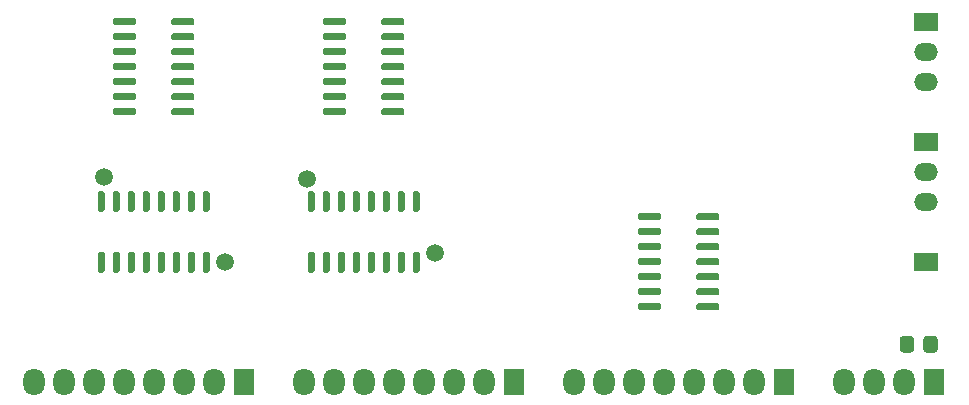
<source format=gbr>
G04 #@! TF.GenerationSoftware,KiCad,Pcbnew,(5.1.8)-1*
G04 #@! TF.CreationDate,2023-07-12T22:55:22+03:00*
G04 #@! TF.ProjectId,CMP,434d502e-6b69-4636-9164-5f7063625858,rev?*
G04 #@! TF.SameCoordinates,PX354a940PY2a16894*
G04 #@! TF.FileFunction,Soldermask,Top*
G04 #@! TF.FilePolarity,Negative*
%FSLAX46Y46*%
G04 Gerber Fmt 4.6, Leading zero omitted, Abs format (unit mm)*
G04 Created by KiCad (PCBNEW (5.1.8)-1) date 2023-07-12 22:55:22*
%MOMM*%
%LPD*%
G01*
G04 APERTURE LIST*
%ADD10C,1.500000*%
%ADD11R,2.000000X1.500000*%
%ADD12O,2.000000X1.500000*%
%ADD13O,1.800000X2.300000*%
%ADD14R,1.800000X2.300000*%
G04 APERTURE END LIST*
D10*
X25717500Y-17462500D03*
X36542818Y-23712500D03*
X8493099Y-17277795D03*
X18732500Y-24447500D03*
G36*
G01*
X77070000Y-30982499D02*
X77070000Y-31882501D01*
G75*
G02*
X76820001Y-32132500I-249999J0D01*
G01*
X76119999Y-32132500D01*
G75*
G02*
X75870000Y-31882501I0J249999D01*
G01*
X75870000Y-30982499D01*
G75*
G02*
X76119999Y-30732500I249999J0D01*
G01*
X76820001Y-30732500D01*
G75*
G02*
X77070000Y-30982499I0J-249999D01*
G01*
G37*
G36*
G01*
X79070000Y-30982499D02*
X79070000Y-31882501D01*
G75*
G02*
X78820001Y-32132500I-249999J0D01*
G01*
X78119999Y-32132500D01*
G75*
G02*
X77870000Y-31882501I0J249999D01*
G01*
X77870000Y-30982499D01*
G75*
G02*
X78119999Y-30732500I249999J0D01*
G01*
X78820001Y-30732500D01*
G75*
G02*
X79070000Y-30982499I0J-249999D01*
G01*
G37*
G36*
G01*
X14200000Y-4277500D02*
X14200000Y-3977500D01*
G75*
G02*
X14350000Y-3827500I150000J0D01*
G01*
X16000000Y-3827500D01*
G75*
G02*
X16150000Y-3977500I0J-150000D01*
G01*
X16150000Y-4277500D01*
G75*
G02*
X16000000Y-4427500I-150000J0D01*
G01*
X14350000Y-4427500D01*
G75*
G02*
X14200000Y-4277500I0J150000D01*
G01*
G37*
G36*
G01*
X14200000Y-5547500D02*
X14200000Y-5247500D01*
G75*
G02*
X14350000Y-5097500I150000J0D01*
G01*
X16000000Y-5097500D01*
G75*
G02*
X16150000Y-5247500I0J-150000D01*
G01*
X16150000Y-5547500D01*
G75*
G02*
X16000000Y-5697500I-150000J0D01*
G01*
X14350000Y-5697500D01*
G75*
G02*
X14200000Y-5547500I0J150000D01*
G01*
G37*
G36*
G01*
X14200000Y-6817500D02*
X14200000Y-6517500D01*
G75*
G02*
X14350000Y-6367500I150000J0D01*
G01*
X16000000Y-6367500D01*
G75*
G02*
X16150000Y-6517500I0J-150000D01*
G01*
X16150000Y-6817500D01*
G75*
G02*
X16000000Y-6967500I-150000J0D01*
G01*
X14350000Y-6967500D01*
G75*
G02*
X14200000Y-6817500I0J150000D01*
G01*
G37*
G36*
G01*
X14200000Y-8087500D02*
X14200000Y-7787500D01*
G75*
G02*
X14350000Y-7637500I150000J0D01*
G01*
X16000000Y-7637500D01*
G75*
G02*
X16150000Y-7787500I0J-150000D01*
G01*
X16150000Y-8087500D01*
G75*
G02*
X16000000Y-8237500I-150000J0D01*
G01*
X14350000Y-8237500D01*
G75*
G02*
X14200000Y-8087500I0J150000D01*
G01*
G37*
G36*
G01*
X14200000Y-9357500D02*
X14200000Y-9057500D01*
G75*
G02*
X14350000Y-8907500I150000J0D01*
G01*
X16000000Y-8907500D01*
G75*
G02*
X16150000Y-9057500I0J-150000D01*
G01*
X16150000Y-9357500D01*
G75*
G02*
X16000000Y-9507500I-150000J0D01*
G01*
X14350000Y-9507500D01*
G75*
G02*
X14200000Y-9357500I0J150000D01*
G01*
G37*
G36*
G01*
X14200000Y-10627500D02*
X14200000Y-10327500D01*
G75*
G02*
X14350000Y-10177500I150000J0D01*
G01*
X16000000Y-10177500D01*
G75*
G02*
X16150000Y-10327500I0J-150000D01*
G01*
X16150000Y-10627500D01*
G75*
G02*
X16000000Y-10777500I-150000J0D01*
G01*
X14350000Y-10777500D01*
G75*
G02*
X14200000Y-10627500I0J150000D01*
G01*
G37*
G36*
G01*
X14200000Y-11897500D02*
X14200000Y-11597500D01*
G75*
G02*
X14350000Y-11447500I150000J0D01*
G01*
X16000000Y-11447500D01*
G75*
G02*
X16150000Y-11597500I0J-150000D01*
G01*
X16150000Y-11897500D01*
G75*
G02*
X16000000Y-12047500I-150000J0D01*
G01*
X14350000Y-12047500D01*
G75*
G02*
X14200000Y-11897500I0J150000D01*
G01*
G37*
G36*
G01*
X9250000Y-11897500D02*
X9250000Y-11597500D01*
G75*
G02*
X9400000Y-11447500I150000J0D01*
G01*
X11050000Y-11447500D01*
G75*
G02*
X11200000Y-11597500I0J-150000D01*
G01*
X11200000Y-11897500D01*
G75*
G02*
X11050000Y-12047500I-150000J0D01*
G01*
X9400000Y-12047500D01*
G75*
G02*
X9250000Y-11897500I0J150000D01*
G01*
G37*
G36*
G01*
X9250000Y-10627500D02*
X9250000Y-10327500D01*
G75*
G02*
X9400000Y-10177500I150000J0D01*
G01*
X11050000Y-10177500D01*
G75*
G02*
X11200000Y-10327500I0J-150000D01*
G01*
X11200000Y-10627500D01*
G75*
G02*
X11050000Y-10777500I-150000J0D01*
G01*
X9400000Y-10777500D01*
G75*
G02*
X9250000Y-10627500I0J150000D01*
G01*
G37*
G36*
G01*
X9250000Y-9357500D02*
X9250000Y-9057500D01*
G75*
G02*
X9400000Y-8907500I150000J0D01*
G01*
X11050000Y-8907500D01*
G75*
G02*
X11200000Y-9057500I0J-150000D01*
G01*
X11200000Y-9357500D01*
G75*
G02*
X11050000Y-9507500I-150000J0D01*
G01*
X9400000Y-9507500D01*
G75*
G02*
X9250000Y-9357500I0J150000D01*
G01*
G37*
G36*
G01*
X9250000Y-8087500D02*
X9250000Y-7787500D01*
G75*
G02*
X9400000Y-7637500I150000J0D01*
G01*
X11050000Y-7637500D01*
G75*
G02*
X11200000Y-7787500I0J-150000D01*
G01*
X11200000Y-8087500D01*
G75*
G02*
X11050000Y-8237500I-150000J0D01*
G01*
X9400000Y-8237500D01*
G75*
G02*
X9250000Y-8087500I0J150000D01*
G01*
G37*
G36*
G01*
X9250000Y-6817500D02*
X9250000Y-6517500D01*
G75*
G02*
X9400000Y-6367500I150000J0D01*
G01*
X11050000Y-6367500D01*
G75*
G02*
X11200000Y-6517500I0J-150000D01*
G01*
X11200000Y-6817500D01*
G75*
G02*
X11050000Y-6967500I-150000J0D01*
G01*
X9400000Y-6967500D01*
G75*
G02*
X9250000Y-6817500I0J150000D01*
G01*
G37*
G36*
G01*
X9250000Y-5547500D02*
X9250000Y-5247500D01*
G75*
G02*
X9400000Y-5097500I150000J0D01*
G01*
X11050000Y-5097500D01*
G75*
G02*
X11200000Y-5247500I0J-150000D01*
G01*
X11200000Y-5547500D01*
G75*
G02*
X11050000Y-5697500I-150000J0D01*
G01*
X9400000Y-5697500D01*
G75*
G02*
X9250000Y-5547500I0J150000D01*
G01*
G37*
G36*
G01*
X9250000Y-4277500D02*
X9250000Y-3977500D01*
G75*
G02*
X9400000Y-3827500I150000J0D01*
G01*
X11050000Y-3827500D01*
G75*
G02*
X11200000Y-3977500I0J-150000D01*
G01*
X11200000Y-4277500D01*
G75*
G02*
X11050000Y-4427500I-150000J0D01*
G01*
X9400000Y-4427500D01*
G75*
G02*
X9250000Y-4277500I0J150000D01*
G01*
G37*
G36*
G01*
X31980000Y-4277500D02*
X31980000Y-3977500D01*
G75*
G02*
X32130000Y-3827500I150000J0D01*
G01*
X33780000Y-3827500D01*
G75*
G02*
X33930000Y-3977500I0J-150000D01*
G01*
X33930000Y-4277500D01*
G75*
G02*
X33780000Y-4427500I-150000J0D01*
G01*
X32130000Y-4427500D01*
G75*
G02*
X31980000Y-4277500I0J150000D01*
G01*
G37*
G36*
G01*
X31980000Y-5547500D02*
X31980000Y-5247500D01*
G75*
G02*
X32130000Y-5097500I150000J0D01*
G01*
X33780000Y-5097500D01*
G75*
G02*
X33930000Y-5247500I0J-150000D01*
G01*
X33930000Y-5547500D01*
G75*
G02*
X33780000Y-5697500I-150000J0D01*
G01*
X32130000Y-5697500D01*
G75*
G02*
X31980000Y-5547500I0J150000D01*
G01*
G37*
G36*
G01*
X31980000Y-6817500D02*
X31980000Y-6517500D01*
G75*
G02*
X32130000Y-6367500I150000J0D01*
G01*
X33780000Y-6367500D01*
G75*
G02*
X33930000Y-6517500I0J-150000D01*
G01*
X33930000Y-6817500D01*
G75*
G02*
X33780000Y-6967500I-150000J0D01*
G01*
X32130000Y-6967500D01*
G75*
G02*
X31980000Y-6817500I0J150000D01*
G01*
G37*
G36*
G01*
X31980000Y-8087500D02*
X31980000Y-7787500D01*
G75*
G02*
X32130000Y-7637500I150000J0D01*
G01*
X33780000Y-7637500D01*
G75*
G02*
X33930000Y-7787500I0J-150000D01*
G01*
X33930000Y-8087500D01*
G75*
G02*
X33780000Y-8237500I-150000J0D01*
G01*
X32130000Y-8237500D01*
G75*
G02*
X31980000Y-8087500I0J150000D01*
G01*
G37*
G36*
G01*
X31980000Y-9357500D02*
X31980000Y-9057500D01*
G75*
G02*
X32130000Y-8907500I150000J0D01*
G01*
X33780000Y-8907500D01*
G75*
G02*
X33930000Y-9057500I0J-150000D01*
G01*
X33930000Y-9357500D01*
G75*
G02*
X33780000Y-9507500I-150000J0D01*
G01*
X32130000Y-9507500D01*
G75*
G02*
X31980000Y-9357500I0J150000D01*
G01*
G37*
G36*
G01*
X31980000Y-10627500D02*
X31980000Y-10327500D01*
G75*
G02*
X32130000Y-10177500I150000J0D01*
G01*
X33780000Y-10177500D01*
G75*
G02*
X33930000Y-10327500I0J-150000D01*
G01*
X33930000Y-10627500D01*
G75*
G02*
X33780000Y-10777500I-150000J0D01*
G01*
X32130000Y-10777500D01*
G75*
G02*
X31980000Y-10627500I0J150000D01*
G01*
G37*
G36*
G01*
X31980000Y-11897500D02*
X31980000Y-11597500D01*
G75*
G02*
X32130000Y-11447500I150000J0D01*
G01*
X33780000Y-11447500D01*
G75*
G02*
X33930000Y-11597500I0J-150000D01*
G01*
X33930000Y-11897500D01*
G75*
G02*
X33780000Y-12047500I-150000J0D01*
G01*
X32130000Y-12047500D01*
G75*
G02*
X31980000Y-11897500I0J150000D01*
G01*
G37*
G36*
G01*
X27030000Y-11897500D02*
X27030000Y-11597500D01*
G75*
G02*
X27180000Y-11447500I150000J0D01*
G01*
X28830000Y-11447500D01*
G75*
G02*
X28980000Y-11597500I0J-150000D01*
G01*
X28980000Y-11897500D01*
G75*
G02*
X28830000Y-12047500I-150000J0D01*
G01*
X27180000Y-12047500D01*
G75*
G02*
X27030000Y-11897500I0J150000D01*
G01*
G37*
G36*
G01*
X27030000Y-10627500D02*
X27030000Y-10327500D01*
G75*
G02*
X27180000Y-10177500I150000J0D01*
G01*
X28830000Y-10177500D01*
G75*
G02*
X28980000Y-10327500I0J-150000D01*
G01*
X28980000Y-10627500D01*
G75*
G02*
X28830000Y-10777500I-150000J0D01*
G01*
X27180000Y-10777500D01*
G75*
G02*
X27030000Y-10627500I0J150000D01*
G01*
G37*
G36*
G01*
X27030000Y-9357500D02*
X27030000Y-9057500D01*
G75*
G02*
X27180000Y-8907500I150000J0D01*
G01*
X28830000Y-8907500D01*
G75*
G02*
X28980000Y-9057500I0J-150000D01*
G01*
X28980000Y-9357500D01*
G75*
G02*
X28830000Y-9507500I-150000J0D01*
G01*
X27180000Y-9507500D01*
G75*
G02*
X27030000Y-9357500I0J150000D01*
G01*
G37*
G36*
G01*
X27030000Y-8087500D02*
X27030000Y-7787500D01*
G75*
G02*
X27180000Y-7637500I150000J0D01*
G01*
X28830000Y-7637500D01*
G75*
G02*
X28980000Y-7787500I0J-150000D01*
G01*
X28980000Y-8087500D01*
G75*
G02*
X28830000Y-8237500I-150000J0D01*
G01*
X27180000Y-8237500D01*
G75*
G02*
X27030000Y-8087500I0J150000D01*
G01*
G37*
G36*
G01*
X27030000Y-6817500D02*
X27030000Y-6517500D01*
G75*
G02*
X27180000Y-6367500I150000J0D01*
G01*
X28830000Y-6367500D01*
G75*
G02*
X28980000Y-6517500I0J-150000D01*
G01*
X28980000Y-6817500D01*
G75*
G02*
X28830000Y-6967500I-150000J0D01*
G01*
X27180000Y-6967500D01*
G75*
G02*
X27030000Y-6817500I0J150000D01*
G01*
G37*
G36*
G01*
X27030000Y-5547500D02*
X27030000Y-5247500D01*
G75*
G02*
X27180000Y-5097500I150000J0D01*
G01*
X28830000Y-5097500D01*
G75*
G02*
X28980000Y-5247500I0J-150000D01*
G01*
X28980000Y-5547500D01*
G75*
G02*
X28830000Y-5697500I-150000J0D01*
G01*
X27180000Y-5697500D01*
G75*
G02*
X27030000Y-5547500I0J150000D01*
G01*
G37*
G36*
G01*
X27030000Y-4277500D02*
X27030000Y-3977500D01*
G75*
G02*
X27180000Y-3827500I150000J0D01*
G01*
X28830000Y-3827500D01*
G75*
G02*
X28980000Y-3977500I0J-150000D01*
G01*
X28980000Y-4277500D01*
G75*
G02*
X28830000Y-4427500I-150000J0D01*
G01*
X27180000Y-4427500D01*
G75*
G02*
X27030000Y-4277500I0J150000D01*
G01*
G37*
G36*
G01*
X58650000Y-20787500D02*
X58650000Y-20487500D01*
G75*
G02*
X58800000Y-20337500I150000J0D01*
G01*
X60450000Y-20337500D01*
G75*
G02*
X60600000Y-20487500I0J-150000D01*
G01*
X60600000Y-20787500D01*
G75*
G02*
X60450000Y-20937500I-150000J0D01*
G01*
X58800000Y-20937500D01*
G75*
G02*
X58650000Y-20787500I0J150000D01*
G01*
G37*
G36*
G01*
X58650000Y-22057500D02*
X58650000Y-21757500D01*
G75*
G02*
X58800000Y-21607500I150000J0D01*
G01*
X60450000Y-21607500D01*
G75*
G02*
X60600000Y-21757500I0J-150000D01*
G01*
X60600000Y-22057500D01*
G75*
G02*
X60450000Y-22207500I-150000J0D01*
G01*
X58800000Y-22207500D01*
G75*
G02*
X58650000Y-22057500I0J150000D01*
G01*
G37*
G36*
G01*
X58650000Y-23327500D02*
X58650000Y-23027500D01*
G75*
G02*
X58800000Y-22877500I150000J0D01*
G01*
X60450000Y-22877500D01*
G75*
G02*
X60600000Y-23027500I0J-150000D01*
G01*
X60600000Y-23327500D01*
G75*
G02*
X60450000Y-23477500I-150000J0D01*
G01*
X58800000Y-23477500D01*
G75*
G02*
X58650000Y-23327500I0J150000D01*
G01*
G37*
G36*
G01*
X58650000Y-24597500D02*
X58650000Y-24297500D01*
G75*
G02*
X58800000Y-24147500I150000J0D01*
G01*
X60450000Y-24147500D01*
G75*
G02*
X60600000Y-24297500I0J-150000D01*
G01*
X60600000Y-24597500D01*
G75*
G02*
X60450000Y-24747500I-150000J0D01*
G01*
X58800000Y-24747500D01*
G75*
G02*
X58650000Y-24597500I0J150000D01*
G01*
G37*
G36*
G01*
X58650000Y-25867500D02*
X58650000Y-25567500D01*
G75*
G02*
X58800000Y-25417500I150000J0D01*
G01*
X60450000Y-25417500D01*
G75*
G02*
X60600000Y-25567500I0J-150000D01*
G01*
X60600000Y-25867500D01*
G75*
G02*
X60450000Y-26017500I-150000J0D01*
G01*
X58800000Y-26017500D01*
G75*
G02*
X58650000Y-25867500I0J150000D01*
G01*
G37*
G36*
G01*
X58650000Y-27137500D02*
X58650000Y-26837500D01*
G75*
G02*
X58800000Y-26687500I150000J0D01*
G01*
X60450000Y-26687500D01*
G75*
G02*
X60600000Y-26837500I0J-150000D01*
G01*
X60600000Y-27137500D01*
G75*
G02*
X60450000Y-27287500I-150000J0D01*
G01*
X58800000Y-27287500D01*
G75*
G02*
X58650000Y-27137500I0J150000D01*
G01*
G37*
G36*
G01*
X58650000Y-28407500D02*
X58650000Y-28107500D01*
G75*
G02*
X58800000Y-27957500I150000J0D01*
G01*
X60450000Y-27957500D01*
G75*
G02*
X60600000Y-28107500I0J-150000D01*
G01*
X60600000Y-28407500D01*
G75*
G02*
X60450000Y-28557500I-150000J0D01*
G01*
X58800000Y-28557500D01*
G75*
G02*
X58650000Y-28407500I0J150000D01*
G01*
G37*
G36*
G01*
X53700000Y-28407500D02*
X53700000Y-28107500D01*
G75*
G02*
X53850000Y-27957500I150000J0D01*
G01*
X55500000Y-27957500D01*
G75*
G02*
X55650000Y-28107500I0J-150000D01*
G01*
X55650000Y-28407500D01*
G75*
G02*
X55500000Y-28557500I-150000J0D01*
G01*
X53850000Y-28557500D01*
G75*
G02*
X53700000Y-28407500I0J150000D01*
G01*
G37*
G36*
G01*
X53700000Y-27137500D02*
X53700000Y-26837500D01*
G75*
G02*
X53850000Y-26687500I150000J0D01*
G01*
X55500000Y-26687500D01*
G75*
G02*
X55650000Y-26837500I0J-150000D01*
G01*
X55650000Y-27137500D01*
G75*
G02*
X55500000Y-27287500I-150000J0D01*
G01*
X53850000Y-27287500D01*
G75*
G02*
X53700000Y-27137500I0J150000D01*
G01*
G37*
G36*
G01*
X53700000Y-25867500D02*
X53700000Y-25567500D01*
G75*
G02*
X53850000Y-25417500I150000J0D01*
G01*
X55500000Y-25417500D01*
G75*
G02*
X55650000Y-25567500I0J-150000D01*
G01*
X55650000Y-25867500D01*
G75*
G02*
X55500000Y-26017500I-150000J0D01*
G01*
X53850000Y-26017500D01*
G75*
G02*
X53700000Y-25867500I0J150000D01*
G01*
G37*
G36*
G01*
X53700000Y-24597500D02*
X53700000Y-24297500D01*
G75*
G02*
X53850000Y-24147500I150000J0D01*
G01*
X55500000Y-24147500D01*
G75*
G02*
X55650000Y-24297500I0J-150000D01*
G01*
X55650000Y-24597500D01*
G75*
G02*
X55500000Y-24747500I-150000J0D01*
G01*
X53850000Y-24747500D01*
G75*
G02*
X53700000Y-24597500I0J150000D01*
G01*
G37*
G36*
G01*
X53700000Y-23327500D02*
X53700000Y-23027500D01*
G75*
G02*
X53850000Y-22877500I150000J0D01*
G01*
X55500000Y-22877500D01*
G75*
G02*
X55650000Y-23027500I0J-150000D01*
G01*
X55650000Y-23327500D01*
G75*
G02*
X55500000Y-23477500I-150000J0D01*
G01*
X53850000Y-23477500D01*
G75*
G02*
X53700000Y-23327500I0J150000D01*
G01*
G37*
G36*
G01*
X53700000Y-22057500D02*
X53700000Y-21757500D01*
G75*
G02*
X53850000Y-21607500I150000J0D01*
G01*
X55500000Y-21607500D01*
G75*
G02*
X55650000Y-21757500I0J-150000D01*
G01*
X55650000Y-22057500D01*
G75*
G02*
X55500000Y-22207500I-150000J0D01*
G01*
X53850000Y-22207500D01*
G75*
G02*
X53700000Y-22057500I0J150000D01*
G01*
G37*
G36*
G01*
X53700000Y-20787500D02*
X53700000Y-20487500D01*
G75*
G02*
X53850000Y-20337500I150000J0D01*
G01*
X55500000Y-20337500D01*
G75*
G02*
X55650000Y-20487500I0J-150000D01*
G01*
X55650000Y-20787500D01*
G75*
G02*
X55500000Y-20937500I-150000J0D01*
G01*
X53850000Y-20937500D01*
G75*
G02*
X53700000Y-20787500I0J150000D01*
G01*
G37*
D11*
X78105000Y-24447500D03*
G36*
G01*
X16995000Y-23607500D02*
X17295000Y-23607500D01*
G75*
G02*
X17445000Y-23757500I0J-150000D01*
G01*
X17445000Y-25207500D01*
G75*
G02*
X17295000Y-25357500I-150000J0D01*
G01*
X16995000Y-25357500D01*
G75*
G02*
X16845000Y-25207500I0J150000D01*
G01*
X16845000Y-23757500D01*
G75*
G02*
X16995000Y-23607500I150000J0D01*
G01*
G37*
G36*
G01*
X15725000Y-23607500D02*
X16025000Y-23607500D01*
G75*
G02*
X16175000Y-23757500I0J-150000D01*
G01*
X16175000Y-25207500D01*
G75*
G02*
X16025000Y-25357500I-150000J0D01*
G01*
X15725000Y-25357500D01*
G75*
G02*
X15575000Y-25207500I0J150000D01*
G01*
X15575000Y-23757500D01*
G75*
G02*
X15725000Y-23607500I150000J0D01*
G01*
G37*
G36*
G01*
X14455000Y-23607500D02*
X14755000Y-23607500D01*
G75*
G02*
X14905000Y-23757500I0J-150000D01*
G01*
X14905000Y-25207500D01*
G75*
G02*
X14755000Y-25357500I-150000J0D01*
G01*
X14455000Y-25357500D01*
G75*
G02*
X14305000Y-25207500I0J150000D01*
G01*
X14305000Y-23757500D01*
G75*
G02*
X14455000Y-23607500I150000J0D01*
G01*
G37*
G36*
G01*
X13185000Y-23607500D02*
X13485000Y-23607500D01*
G75*
G02*
X13635000Y-23757500I0J-150000D01*
G01*
X13635000Y-25207500D01*
G75*
G02*
X13485000Y-25357500I-150000J0D01*
G01*
X13185000Y-25357500D01*
G75*
G02*
X13035000Y-25207500I0J150000D01*
G01*
X13035000Y-23757500D01*
G75*
G02*
X13185000Y-23607500I150000J0D01*
G01*
G37*
G36*
G01*
X11915000Y-23607500D02*
X12215000Y-23607500D01*
G75*
G02*
X12365000Y-23757500I0J-150000D01*
G01*
X12365000Y-25207500D01*
G75*
G02*
X12215000Y-25357500I-150000J0D01*
G01*
X11915000Y-25357500D01*
G75*
G02*
X11765000Y-25207500I0J150000D01*
G01*
X11765000Y-23757500D01*
G75*
G02*
X11915000Y-23607500I150000J0D01*
G01*
G37*
G36*
G01*
X10645000Y-23607500D02*
X10945000Y-23607500D01*
G75*
G02*
X11095000Y-23757500I0J-150000D01*
G01*
X11095000Y-25207500D01*
G75*
G02*
X10945000Y-25357500I-150000J0D01*
G01*
X10645000Y-25357500D01*
G75*
G02*
X10495000Y-25207500I0J150000D01*
G01*
X10495000Y-23757500D01*
G75*
G02*
X10645000Y-23607500I150000J0D01*
G01*
G37*
G36*
G01*
X9375000Y-23607500D02*
X9675000Y-23607500D01*
G75*
G02*
X9825000Y-23757500I0J-150000D01*
G01*
X9825000Y-25207500D01*
G75*
G02*
X9675000Y-25357500I-150000J0D01*
G01*
X9375000Y-25357500D01*
G75*
G02*
X9225000Y-25207500I0J150000D01*
G01*
X9225000Y-23757500D01*
G75*
G02*
X9375000Y-23607500I150000J0D01*
G01*
G37*
G36*
G01*
X8105000Y-23607500D02*
X8405000Y-23607500D01*
G75*
G02*
X8555000Y-23757500I0J-150000D01*
G01*
X8555000Y-25207500D01*
G75*
G02*
X8405000Y-25357500I-150000J0D01*
G01*
X8105000Y-25357500D01*
G75*
G02*
X7955000Y-25207500I0J150000D01*
G01*
X7955000Y-23757500D01*
G75*
G02*
X8105000Y-23607500I150000J0D01*
G01*
G37*
G36*
G01*
X8105000Y-18457500D02*
X8405000Y-18457500D01*
G75*
G02*
X8555000Y-18607500I0J-150000D01*
G01*
X8555000Y-20057500D01*
G75*
G02*
X8405000Y-20207500I-150000J0D01*
G01*
X8105000Y-20207500D01*
G75*
G02*
X7955000Y-20057500I0J150000D01*
G01*
X7955000Y-18607500D01*
G75*
G02*
X8105000Y-18457500I150000J0D01*
G01*
G37*
G36*
G01*
X9375000Y-18457500D02*
X9675000Y-18457500D01*
G75*
G02*
X9825000Y-18607500I0J-150000D01*
G01*
X9825000Y-20057500D01*
G75*
G02*
X9675000Y-20207500I-150000J0D01*
G01*
X9375000Y-20207500D01*
G75*
G02*
X9225000Y-20057500I0J150000D01*
G01*
X9225000Y-18607500D01*
G75*
G02*
X9375000Y-18457500I150000J0D01*
G01*
G37*
G36*
G01*
X10645000Y-18457500D02*
X10945000Y-18457500D01*
G75*
G02*
X11095000Y-18607500I0J-150000D01*
G01*
X11095000Y-20057500D01*
G75*
G02*
X10945000Y-20207500I-150000J0D01*
G01*
X10645000Y-20207500D01*
G75*
G02*
X10495000Y-20057500I0J150000D01*
G01*
X10495000Y-18607500D01*
G75*
G02*
X10645000Y-18457500I150000J0D01*
G01*
G37*
G36*
G01*
X11915000Y-18457500D02*
X12215000Y-18457500D01*
G75*
G02*
X12365000Y-18607500I0J-150000D01*
G01*
X12365000Y-20057500D01*
G75*
G02*
X12215000Y-20207500I-150000J0D01*
G01*
X11915000Y-20207500D01*
G75*
G02*
X11765000Y-20057500I0J150000D01*
G01*
X11765000Y-18607500D01*
G75*
G02*
X11915000Y-18457500I150000J0D01*
G01*
G37*
G36*
G01*
X13185000Y-18457500D02*
X13485000Y-18457500D01*
G75*
G02*
X13635000Y-18607500I0J-150000D01*
G01*
X13635000Y-20057500D01*
G75*
G02*
X13485000Y-20207500I-150000J0D01*
G01*
X13185000Y-20207500D01*
G75*
G02*
X13035000Y-20057500I0J150000D01*
G01*
X13035000Y-18607500D01*
G75*
G02*
X13185000Y-18457500I150000J0D01*
G01*
G37*
G36*
G01*
X14455000Y-18457500D02*
X14755000Y-18457500D01*
G75*
G02*
X14905000Y-18607500I0J-150000D01*
G01*
X14905000Y-20057500D01*
G75*
G02*
X14755000Y-20207500I-150000J0D01*
G01*
X14455000Y-20207500D01*
G75*
G02*
X14305000Y-20057500I0J150000D01*
G01*
X14305000Y-18607500D01*
G75*
G02*
X14455000Y-18457500I150000J0D01*
G01*
G37*
G36*
G01*
X15725000Y-18457500D02*
X16025000Y-18457500D01*
G75*
G02*
X16175000Y-18607500I0J-150000D01*
G01*
X16175000Y-20057500D01*
G75*
G02*
X16025000Y-20207500I-150000J0D01*
G01*
X15725000Y-20207500D01*
G75*
G02*
X15575000Y-20057500I0J150000D01*
G01*
X15575000Y-18607500D01*
G75*
G02*
X15725000Y-18457500I150000J0D01*
G01*
G37*
G36*
G01*
X16995000Y-18457500D02*
X17295000Y-18457500D01*
G75*
G02*
X17445000Y-18607500I0J-150000D01*
G01*
X17445000Y-20057500D01*
G75*
G02*
X17295000Y-20207500I-150000J0D01*
G01*
X16995000Y-20207500D01*
G75*
G02*
X16845000Y-20057500I0J150000D01*
G01*
X16845000Y-18607500D01*
G75*
G02*
X16995000Y-18457500I150000J0D01*
G01*
G37*
G36*
G01*
X34775000Y-23607500D02*
X35075000Y-23607500D01*
G75*
G02*
X35225000Y-23757500I0J-150000D01*
G01*
X35225000Y-25207500D01*
G75*
G02*
X35075000Y-25357500I-150000J0D01*
G01*
X34775000Y-25357500D01*
G75*
G02*
X34625000Y-25207500I0J150000D01*
G01*
X34625000Y-23757500D01*
G75*
G02*
X34775000Y-23607500I150000J0D01*
G01*
G37*
G36*
G01*
X33505000Y-23607500D02*
X33805000Y-23607500D01*
G75*
G02*
X33955000Y-23757500I0J-150000D01*
G01*
X33955000Y-25207500D01*
G75*
G02*
X33805000Y-25357500I-150000J0D01*
G01*
X33505000Y-25357500D01*
G75*
G02*
X33355000Y-25207500I0J150000D01*
G01*
X33355000Y-23757500D01*
G75*
G02*
X33505000Y-23607500I150000J0D01*
G01*
G37*
G36*
G01*
X32235000Y-23607500D02*
X32535000Y-23607500D01*
G75*
G02*
X32685000Y-23757500I0J-150000D01*
G01*
X32685000Y-25207500D01*
G75*
G02*
X32535000Y-25357500I-150000J0D01*
G01*
X32235000Y-25357500D01*
G75*
G02*
X32085000Y-25207500I0J150000D01*
G01*
X32085000Y-23757500D01*
G75*
G02*
X32235000Y-23607500I150000J0D01*
G01*
G37*
G36*
G01*
X30965000Y-23607500D02*
X31265000Y-23607500D01*
G75*
G02*
X31415000Y-23757500I0J-150000D01*
G01*
X31415000Y-25207500D01*
G75*
G02*
X31265000Y-25357500I-150000J0D01*
G01*
X30965000Y-25357500D01*
G75*
G02*
X30815000Y-25207500I0J150000D01*
G01*
X30815000Y-23757500D01*
G75*
G02*
X30965000Y-23607500I150000J0D01*
G01*
G37*
G36*
G01*
X29695000Y-23607500D02*
X29995000Y-23607500D01*
G75*
G02*
X30145000Y-23757500I0J-150000D01*
G01*
X30145000Y-25207500D01*
G75*
G02*
X29995000Y-25357500I-150000J0D01*
G01*
X29695000Y-25357500D01*
G75*
G02*
X29545000Y-25207500I0J150000D01*
G01*
X29545000Y-23757500D01*
G75*
G02*
X29695000Y-23607500I150000J0D01*
G01*
G37*
G36*
G01*
X28425000Y-23607500D02*
X28725000Y-23607500D01*
G75*
G02*
X28875000Y-23757500I0J-150000D01*
G01*
X28875000Y-25207500D01*
G75*
G02*
X28725000Y-25357500I-150000J0D01*
G01*
X28425000Y-25357500D01*
G75*
G02*
X28275000Y-25207500I0J150000D01*
G01*
X28275000Y-23757500D01*
G75*
G02*
X28425000Y-23607500I150000J0D01*
G01*
G37*
G36*
G01*
X27155000Y-23607500D02*
X27455000Y-23607500D01*
G75*
G02*
X27605000Y-23757500I0J-150000D01*
G01*
X27605000Y-25207500D01*
G75*
G02*
X27455000Y-25357500I-150000J0D01*
G01*
X27155000Y-25357500D01*
G75*
G02*
X27005000Y-25207500I0J150000D01*
G01*
X27005000Y-23757500D01*
G75*
G02*
X27155000Y-23607500I150000J0D01*
G01*
G37*
G36*
G01*
X25885000Y-23607500D02*
X26185000Y-23607500D01*
G75*
G02*
X26335000Y-23757500I0J-150000D01*
G01*
X26335000Y-25207500D01*
G75*
G02*
X26185000Y-25357500I-150000J0D01*
G01*
X25885000Y-25357500D01*
G75*
G02*
X25735000Y-25207500I0J150000D01*
G01*
X25735000Y-23757500D01*
G75*
G02*
X25885000Y-23607500I150000J0D01*
G01*
G37*
G36*
G01*
X25885000Y-18457500D02*
X26185000Y-18457500D01*
G75*
G02*
X26335000Y-18607500I0J-150000D01*
G01*
X26335000Y-20057500D01*
G75*
G02*
X26185000Y-20207500I-150000J0D01*
G01*
X25885000Y-20207500D01*
G75*
G02*
X25735000Y-20057500I0J150000D01*
G01*
X25735000Y-18607500D01*
G75*
G02*
X25885000Y-18457500I150000J0D01*
G01*
G37*
G36*
G01*
X27155000Y-18457500D02*
X27455000Y-18457500D01*
G75*
G02*
X27605000Y-18607500I0J-150000D01*
G01*
X27605000Y-20057500D01*
G75*
G02*
X27455000Y-20207500I-150000J0D01*
G01*
X27155000Y-20207500D01*
G75*
G02*
X27005000Y-20057500I0J150000D01*
G01*
X27005000Y-18607500D01*
G75*
G02*
X27155000Y-18457500I150000J0D01*
G01*
G37*
G36*
G01*
X28425000Y-18457500D02*
X28725000Y-18457500D01*
G75*
G02*
X28875000Y-18607500I0J-150000D01*
G01*
X28875000Y-20057500D01*
G75*
G02*
X28725000Y-20207500I-150000J0D01*
G01*
X28425000Y-20207500D01*
G75*
G02*
X28275000Y-20057500I0J150000D01*
G01*
X28275000Y-18607500D01*
G75*
G02*
X28425000Y-18457500I150000J0D01*
G01*
G37*
G36*
G01*
X29695000Y-18457500D02*
X29995000Y-18457500D01*
G75*
G02*
X30145000Y-18607500I0J-150000D01*
G01*
X30145000Y-20057500D01*
G75*
G02*
X29995000Y-20207500I-150000J0D01*
G01*
X29695000Y-20207500D01*
G75*
G02*
X29545000Y-20057500I0J150000D01*
G01*
X29545000Y-18607500D01*
G75*
G02*
X29695000Y-18457500I150000J0D01*
G01*
G37*
G36*
G01*
X30965000Y-18457500D02*
X31265000Y-18457500D01*
G75*
G02*
X31415000Y-18607500I0J-150000D01*
G01*
X31415000Y-20057500D01*
G75*
G02*
X31265000Y-20207500I-150000J0D01*
G01*
X30965000Y-20207500D01*
G75*
G02*
X30815000Y-20057500I0J150000D01*
G01*
X30815000Y-18607500D01*
G75*
G02*
X30965000Y-18457500I150000J0D01*
G01*
G37*
G36*
G01*
X32235000Y-18457500D02*
X32535000Y-18457500D01*
G75*
G02*
X32685000Y-18607500I0J-150000D01*
G01*
X32685000Y-20057500D01*
G75*
G02*
X32535000Y-20207500I-150000J0D01*
G01*
X32235000Y-20207500D01*
G75*
G02*
X32085000Y-20057500I0J150000D01*
G01*
X32085000Y-18607500D01*
G75*
G02*
X32235000Y-18457500I150000J0D01*
G01*
G37*
G36*
G01*
X33505000Y-18457500D02*
X33805000Y-18457500D01*
G75*
G02*
X33955000Y-18607500I0J-150000D01*
G01*
X33955000Y-20057500D01*
G75*
G02*
X33805000Y-20207500I-150000J0D01*
G01*
X33505000Y-20207500D01*
G75*
G02*
X33355000Y-20057500I0J150000D01*
G01*
X33355000Y-18607500D01*
G75*
G02*
X33505000Y-18457500I150000J0D01*
G01*
G37*
G36*
G01*
X34775000Y-18457500D02*
X35075000Y-18457500D01*
G75*
G02*
X35225000Y-18607500I0J-150000D01*
G01*
X35225000Y-20057500D01*
G75*
G02*
X35075000Y-20207500I-150000J0D01*
G01*
X34775000Y-20207500D01*
G75*
G02*
X34625000Y-20057500I0J150000D01*
G01*
X34625000Y-18607500D01*
G75*
G02*
X34775000Y-18457500I150000J0D01*
G01*
G37*
D12*
X78105000Y-9207500D03*
X78105000Y-6667500D03*
D11*
X78105000Y-4127500D03*
D12*
X78105000Y-19367500D03*
X78105000Y-16827500D03*
D11*
X78105000Y-14287500D03*
D13*
X48260000Y-34607500D03*
X50800000Y-34607500D03*
X53340000Y-34607500D03*
X55880000Y-34607500D03*
X58420000Y-34607500D03*
X60960000Y-34607500D03*
X63500000Y-34607500D03*
D14*
X66040000Y-34607500D03*
D13*
X2540000Y-34607500D03*
X5080000Y-34607500D03*
X7620000Y-34607500D03*
X10160000Y-34607500D03*
X12700000Y-34607500D03*
X15240000Y-34607500D03*
X17780000Y-34607500D03*
D14*
X20320000Y-34607500D03*
D13*
X25400000Y-34607500D03*
X27940000Y-34607500D03*
X30480000Y-34607500D03*
X33020000Y-34607500D03*
X35560000Y-34607500D03*
X38100000Y-34607500D03*
X40640000Y-34607500D03*
D14*
X43180000Y-34607500D03*
D13*
X71120000Y-34607500D03*
X73660000Y-34607500D03*
X76200000Y-34607500D03*
D14*
X78740000Y-34607500D03*
M02*

</source>
